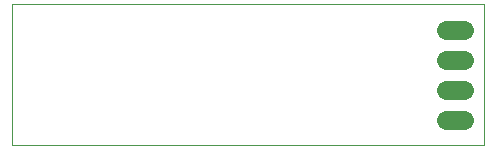
<source format=gbs>
G75*
G70*
%OFA0B0*%
%FSLAX24Y24*%
%IPPOS*%
%LPD*%
%AMOC8*
5,1,8,0,0,1.08239X$1,22.5*
%
%ADD10C,0.0000*%
%ADD11C,0.0640*%
D10*
X000347Y000347D02*
X016095Y000347D01*
X016095Y005071D01*
X000347Y005071D01*
X000347Y000347D01*
D11*
X014811Y001209D02*
X015411Y001209D01*
X015411Y002209D02*
X014811Y002209D01*
X014811Y003209D02*
X015411Y003209D01*
X015411Y004209D02*
X014811Y004209D01*
M02*

</source>
